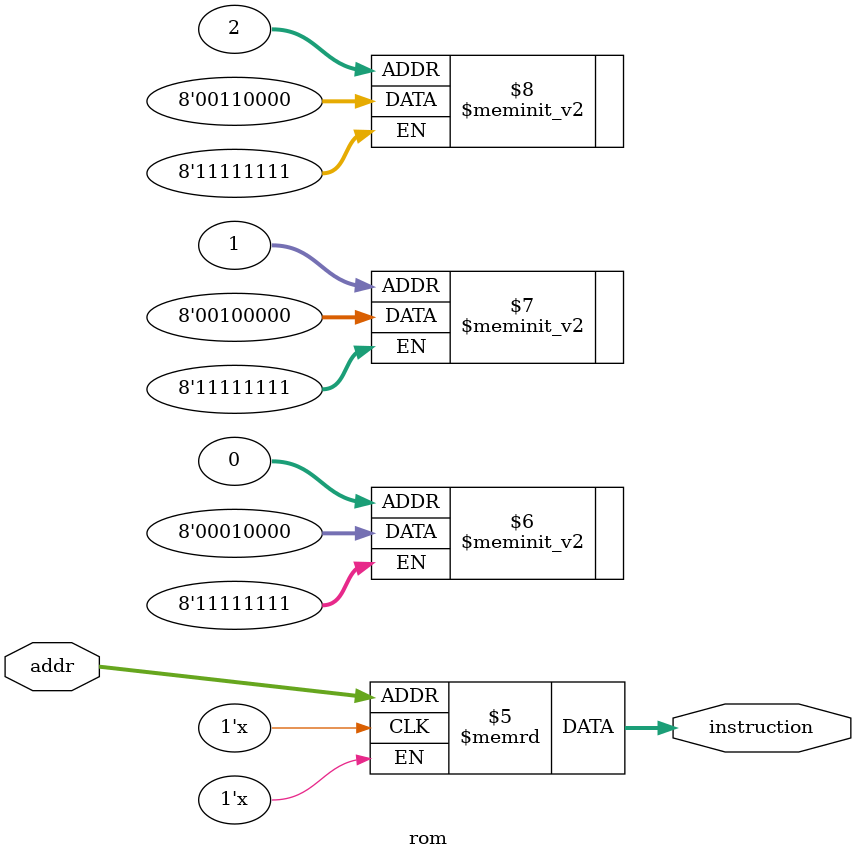
<source format=v>

module rom (
    input wire [3:0] addr,        // Address input (e.g., program counter value)
    output reg [7:0] instruction  // Instruction output
);

    // Define the instruction set (for example, 16 instructions)
    reg [7:0] memory [0:15];      // Memory for storing 16 instructions

    // Load the instruction based on the address
    always @(*) begin
        instruction = memory[addr];  // Output the instruction stored at the address
    end

    // Initialize memory (the instruction set)
    initial begin
        memory[0] = 8'b00010000;  // LDI R0, imm (example)
        memory[1] = 8'b00100000;  // ADD R0 (example)
        memory[2] = 8'b00110000;  // SUB R0 (example)
        // Add the rest of your instruction set...
    end
endmodule

</source>
